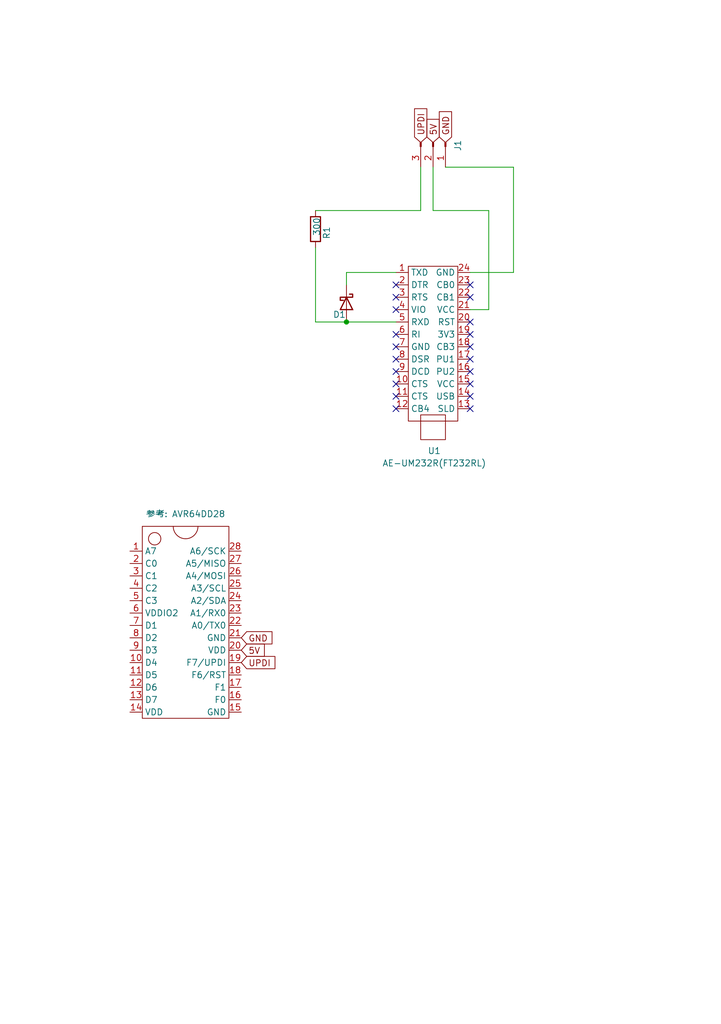
<source format=kicad_sch>
(kicad_sch (version 20250114) (generator "eeschema") (generator_version "9.0")
  (paper "A5" portrait)
  (lib_symbols
    (symbol "0Ore:AE-UM232R_ft232rl"
      (property "Reference" "U" (at 0 0 0))
      (symbol "AE-UM232R_ft232rl_0_1"
        (rectangle (start -5.08 -2.54) (end 5.08 -34.29))
        (rectangle (start -2.54 -33.02) (end 2.54 -38.1))
      )
      (symbol "AE-UM232R_ft232rl_1_1"
        (pin input line (at -7.62 -3.81 0) (length 2.54) (name "TXD") (number "1"))
        (pin input line (at -7.62 -6.35 0) (length 2.54) (name "DTR") (number "2"))
        (pin input line (at -7.62 -8.89 0) (length 2.54) (name "RTS") (number "3"))
        (pin input line (at -7.62 -11.43 0) (length 2.54) (name "VIO") (number "4"))
        (pin input line (at -7.62 -13.97 0) (length 2.54) (name "RXD") (number "5"))
        (pin input line (at -7.62 -16.51 0) (length 2.54) (name "RI") (number "6"))
        (pin input line (at -7.62 -19.05 0) (length 2.54) (name "GND") (number "7"))
        (pin input line (at -7.62 -21.59 0) (length 2.54) (name "DSR") (number "8"))
        (pin input line (at -7.62 -24.13 0) (length 2.54) (name "DCD") (number "9"))
        (pin input line (at -7.62 -26.67 0) (length 2.54) (name "CTS") (number "10"))
        (pin input line (at -7.62 -29.21 0) (length 2.54) (name "CTS") (number "11"))
        (pin input line (at -7.62 -31.75 0) (length 2.54) (name "CB4") (number "12"))
        (pin input line (at 7.62 -3.81 180) (length 2.54) (name "GND") (number "24"))
        (pin input line (at 7.62 -6.35 180) (length 2.54) (name "CB0") (number "23"))
        (pin input line (at 7.62 -8.89 180) (length 2.54) (name "CB1") (number "22"))
        (pin input line (at 7.62 -11.43 180) (length 2.54) (name "VCC") (number "21"))
        (pin input line (at 7.62 -13.97 180) (length 2.54) (name "RST") (number "20"))
        (pin input line (at 7.62 -16.51 180) (length 2.54) (name "3V3") (number "19"))
        (pin input line (at 7.62 -19.05 180) (length 2.54) (name "CB3") (number "18"))
        (pin input line (at 7.62 -21.59 180) (length 2.54) (name "PU1") (number "17"))
        (pin input line (at 7.62 -24.13 180) (length 2.54) (name "PU2") (number "16"))
        (pin input line (at 7.62 -26.67 180) (length 2.54) (name "VCC") (number "15"))
        (pin input line (at 7.62 -29.21 180) (length 2.54) (name "USB") (number "14"))
        (pin input line (at 7.62 -31.75 180) (length 2.54) (name "SLD") (number "13"))
      )
    )
    (symbol "0Ore:AVR64DD28"
      (property "Reference" "U" (at 0 0 0))
      (symbol "AVR64DD28_0_1"
        (rectangle (start -8.89 40.64) (end 8.89 1.27))
        (circle (center -6.35 38.1) (radius 1.27))
        (arc (start 0 38.1) (mid -1.7961 38.8439) (end -2.54 40.64))
        (arc (start 2.54 40.64) (mid 1.7961 38.8439) (end 0 38.1))
      )
      (symbol "AVR64DD28_1_1"
        (pin input line (at -11.43 35.56 0) (length 2.54) (name "A7") (number "1"))
        (pin input line (at -11.43 33.02 0) (length 2.54) (name "C0") (number "2"))
        (pin input line (at -11.43 30.48 0) (length 2.54) (name "C1") (number "3"))
        (pin input line (at -11.43 27.94 0) (length 2.54) (name "C2") (number "4"))
        (pin input line (at -11.43 25.4 0) (length 2.54) (name "C3") (number "5"))
        (pin input line (at -11.43 22.86 0) (length 2.54) (name "VDDIO2") (number "6"))
        (pin input line (at -11.43 20.32 0) (length 2.54) (name "D1") (number "7"))
        (pin input line (at -11.43 17.78 0) (length 2.54) (name "D2") (number "8"))
        (pin input line (at -11.43 15.24 0) (length 2.54) (name "D3") (number "9"))
        (pin input line (at -11.43 12.7 0) (length 2.54) (name "D4") (number "10"))
        (pin input line (at -11.43 10.16 0) (length 2.54) (name "D5") (number "11"))
        (pin input line (at -11.43 7.62 0) (length 2.54) (name "D6") (number "12"))
        (pin input line (at -11.43 5.08 0) (length 2.54) (name "D7") (number "13"))
        (pin input line (at -11.43 2.54 0) (length 2.54) (name "VDD") (number "14"))
        (pin input line (at 11.43 35.56 180) (length 2.54) (name "A6/SCK") (number "28"))
        (pin input line (at 11.43 33.02 180) (length 2.54) (name "A5/MISO") (number "27"))
        (pin input line (at 11.43 30.48 180) (length 2.54) (name "A4/MOSI") (number "26"))
        (pin input line (at 11.43 27.94 180) (length 2.54) (name "A3/SCL") (number "25"))
        (pin input line (at 11.43 25.4 180) (length 2.54) (name "A2/SDA") (number "24"))
        (pin input line (at 11.43 22.86 180) (length 2.54) (name "A1/RX0") (number "23"))
        (pin input line (at 11.43 20.32 180) (length 2.54) (name "A0/TX0") (number "22"))
        (pin input line (at 11.43 17.78 180) (length 2.54) (name "GND") (number "21"))
        (pin input line (at 11.43 15.24 180) (length 2.54) (name "VDD") (number "20"))
        (pin input line (at 11.43 12.7 180) (length 2.54) (name "F7/UPDI") (number "19"))
        (pin input line (at 11.43 10.16 180) (length 2.54) (name "F6/RST") (number "18"))
        (pin input line (at 11.43 7.62 180) (length 2.54) (name "F1") (number "17"))
        (pin input line (at 11.43 5.08 180) (length 2.54) (name "F0") (number "16"))
        (pin input line (at 11.43 2.54 180) (length 2.54) (name "GND") (number "15"))
      )
    )
    (symbol "Connector:Conn_01x03_Pin" (pin_names (offset 1.016) (hide yes))
      (property "Reference" "J" (at 0 5.08 0))
      (property "Value" "Conn_01x03_Pin" (at 0 -5.08 0))
      (symbol "Conn_01x03_Pin_1_1"
        (rectangle (start 0.8636 2.667) (end 0 2.413) (stroke (width 0.1524)) (fill (type outline)))
        (rectangle (start 0.8636 0.127) (end 0 -0.127) (stroke (width 0.1524)) (fill (type outline)))
        (rectangle (start 0.8636 -2.413) (end 0 -2.667) (stroke (width 0.1524)) (fill (type outline)))
        (polyline (pts (xy 1.27 2.54) (xy 0.8636 2.54)) (stroke (width 0.1524)))
        (polyline (pts (xy 1.27 0) (xy 0.8636 0)) (stroke (width 0.1524)))
        (polyline (pts (xy 1.27 -2.54) (xy 0.8636 -2.54)) (stroke (width 0.1524)))
        (pin passive line (at 5.08 2.54 180) (length 3.81) (name "Pin_1") (number "1"))
        (pin passive line (at 5.08 0 180) (length 3.81) (name "Pin_2") (number "2"))
        (pin passive line (at 5.08 -2.54 180) (length 3.81) (name "Pin_3") (number "3"))
      )
    )
    (symbol "Device:D_Schottky" (pin_numbers (hide yes)) (pin_names (offset 1.016) (hide yes))
      (property "Reference" "D" (at 0 2.54 0))
      (property "Value" "D_Schottky" (at 0 -2.54 0))
      (symbol "D_Schottky_0_1"
        (polyline (pts (xy -1.905 0.635) (xy -1.905 1.27) (xy -1.27 1.27) (xy -1.27 -1.27) (xy -0.635 -1.27) (xy -0.635 -0.635)) (stroke (width 0.254)))
        (polyline (pts (xy 1.27 1.27) (xy 1.27 -1.27) (xy -1.27 0) (xy 1.27 1.27)) (stroke (width 0.254)))
        (polyline (pts (xy 1.27 0) (xy -1.27 0)))
      )
      (symbol "D_Schottky_1_1"
        (pin passive line (at -3.81 0 0) (length 2.54) (name "K") (number "1"))
        (pin passive line (at 3.81 0 180) (length 2.54) (name "A") (number "2"))
      )
    )
    (symbol "Device:R" (pin_numbers (hide yes)) (pin_names (offset 0))
      (property "Reference" "R" (at 2.032 0 90))
      (property "Value" "R" (at 0 0 90))
      (symbol "R_0_1"
        (rectangle (start -1.016 -2.54) (end 1.016 2.54) (stroke (width 0.254)))
      )
      (symbol "R_1_1"
        (pin passive line (at 0 3.81 270) (length 1.27) (name "~") (number "1"))
        (pin passive line (at 0 -3.81 90) (length 1.27) (name "~") (number "2"))
      )
    )
  )
  (junction (at 71.12 66.04))
  (no_connect (at 81.28 73.66))
  (no_connect (at 81.28 58.42))
  (no_connect (at 96.52 60.96))
  (no_connect (at 96.52 58.42))
  (no_connect (at 81.28 78.74))
  (no_connect (at 96.52 71.12))
  (no_connect (at 81.28 81.28))
  (no_connect (at 96.52 83.82))
  (no_connect (at 96.52 76.2))
  (no_connect (at 96.52 78.74))
  (no_connect (at 96.52 66.04))
  (no_connect (at 96.52 73.66))
  (no_connect (at 96.52 81.28))
  (no_connect (at 81.28 60.96))
  (no_connect (at 81.28 68.58))
  (no_connect (at 96.52 68.58))
  (no_connect (at 81.28 76.2))
  (no_connect (at 81.28 63.5))
  (no_connect (at 81.28 83.82))
  (no_connect (at 81.28 71.12))
  (wire (pts (xy 71.12 66.04) (xy 81.28 66.04)))
  (wire (pts (xy 105.41 55.88) (xy 105.41 34.29)))
  (wire (pts (xy 81.28 55.88) (xy 71.12 55.88)))
  (wire (pts (xy 100.33 43.18) (xy 88.9 43.18)))
  (wire (pts (xy 64.77 50.8) (xy 64.77 66.04)))
  (wire (pts (xy 96.52 63.5) (xy 100.33 63.5)))
  (wire (pts (xy 91.44 34.29) (xy 105.41 34.29)))
  (wire (pts (xy 86.36 34.29) (xy 86.36 43.18)))
  (wire (pts (xy 71.12 55.88) (xy 71.12 58.42)))
  (wire (pts (xy 100.33 63.5) (xy 100.33 43.18)))
  (wire (pts (xy 64.77 66.04) (xy 71.12 66.04)))
  (wire (pts (xy 88.9 34.29) (xy 88.9 43.18)))
  (wire (pts (xy 64.77 43.18) (xy 86.36 43.18)))
  (wire (pts (xy 96.52 55.88) (xy 105.41 55.88)))
  (global_label "UPDI" (shape input) (at 49.53 135.89 0) (property "Intersheetrefs" "${INTERSHEET_REFS}" (effects (hide yes))))
  (global_label "5V" (shape input) (at 88.9 29.21 90) (property "Intersheetrefs" "${INTERSHEET_REFS}" (effects (hide yes))))
  (global_label "5V" (shape input) (at 49.53 133.35 0) (property "Intersheetrefs" "${INTERSHEET_REFS}" (effects (hide yes))))
  (global_label "GND" (shape input) (at 49.53 130.81 0) (property "Intersheetrefs" "${INTERSHEET_REFS}" (effects (hide yes))))
  (global_label "UPDI" (shape input) (at 86.36 29.21 90) (property "Intersheetrefs" "${INTERSHEET_REFS}" (effects (hide yes))))
  (global_label "GND" (shape input) (at 91.44 29.21 90) (property "Intersheetrefs" "${INTERSHEET_REFS}" (effects (hide yes))))
  (symbol (lib_id "Connector:Conn_01x03_Pin") (at 88.9 29.21 270) (unit 1)
    (property "Reference" "J1" (at 93.98 29.845 0))
    (property "Value" "Conn_01x03_Pin" (effects (hide yes)))
    (property "Description" "Generic connector, single row, 01x03, script generated" (effects (hide yes)))
  )
  (symbol (lib_id "0Ore:AVR64DD28") (at 38.1 148.59 0) (unit 1)
    (property "Reference" "U2" (effects (hide yes)))
    (property "Value" "参考: AVR64DD28" (at 38.1 105.41 0))
  )
  (symbol (lib_id "Device:D_Schottky") (at 71.12 62.23 270) (unit 1)
    (property "Reference" "D1" (at 68.326 64.516 90) (effects (justify left)))
    (property "Value" "D_Schottky" (effects (hide yes)))
    (property "Description" "Schottky diode" (effects (hide yes)))
  )
  (symbol (lib_id "0Ore:AE-UM232R_ft232rl") (at 88.9 52.07 0) (unit 1)
    (property "Reference" "U1" (at 89.154 92.456 0))
    (property "Value" "AE-UM232R(FT232RL)" (at 89.154 94.996 0))
  )
  (symbol (lib_id "Device:R") (at 64.77 46.99 180) (unit 1)
    (property "Reference" "R1" (at 67.056 47.752 90))
    (property "Value" "300" (at 65.024 46.482 90))
    (property "Description" "Resistor" (effects (hide yes)))
  )
)
</source>
